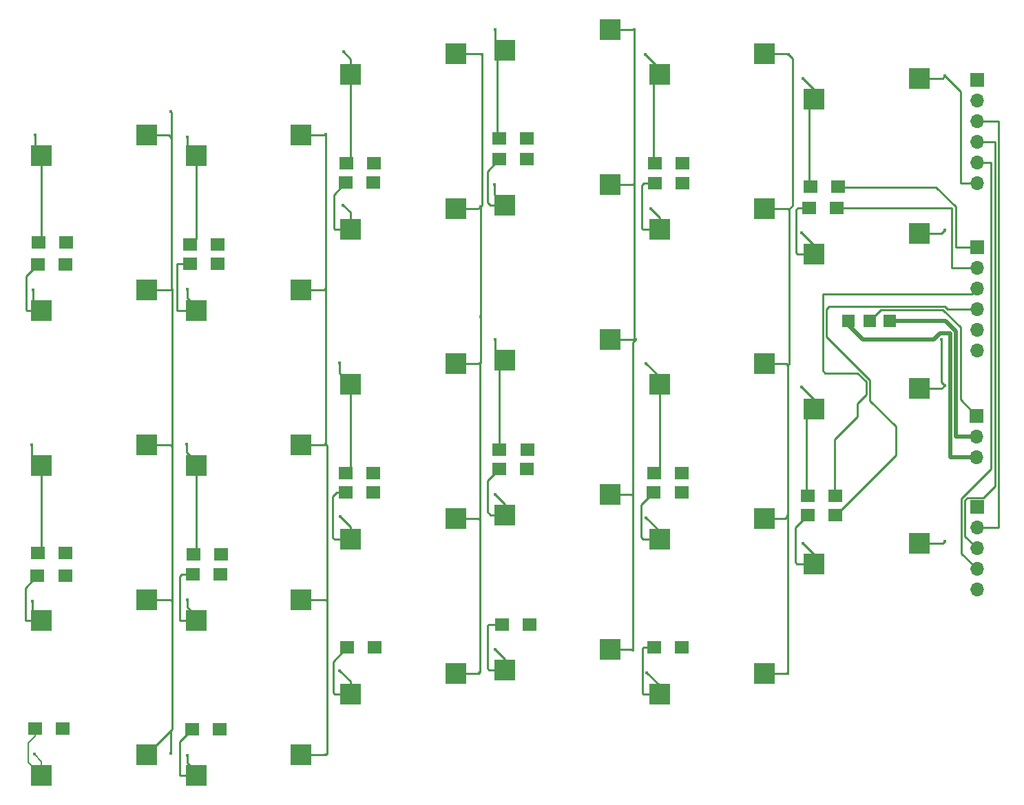
<source format=gbr>
%TF.GenerationSoftware,KiCad,Pcbnew,7.0.2*%
%TF.CreationDate,2023-04-26T23:00:13+02:00*%
%TF.ProjectId,phoenix-no-controller,70686f65-6e69-4782-9d6e-6f2d636f6e74,v1.0.0*%
%TF.SameCoordinates,Original*%
%TF.FileFunction,Copper,L2,Bot*%
%TF.FilePolarity,Positive*%
%FSLAX46Y46*%
G04 Gerber Fmt 4.6, Leading zero omitted, Abs format (unit mm)*
G04 Created by KiCad (PCBNEW 7.0.2) date 2023-04-26 23:00:13*
%MOMM*%
%LPD*%
G01*
G04 APERTURE LIST*
%TA.AperFunction,SMDPad,CuDef*%
%ADD10R,2.550000X2.500000*%
%TD*%
%TA.AperFunction,ComponentPad*%
%ADD11R,1.700000X1.700000*%
%TD*%
%TA.AperFunction,ComponentPad*%
%ADD12O,1.700000X1.700000*%
%TD*%
%TA.AperFunction,ComponentPad*%
%ADD13R,1.800000X1.500000*%
%TD*%
%TA.AperFunction,ComponentPad*%
%ADD14R,1.524000X1.524000*%
%TD*%
%TA.AperFunction,ViaPad*%
%ADD15C,0.400000*%
%TD*%
%TA.AperFunction,Conductor*%
%ADD16C,0.250000*%
%TD*%
%TA.AperFunction,Conductor*%
%ADD17C,0.500000*%
%TD*%
%TA.AperFunction,Conductor*%
%ADD18C,0.200000*%
%TD*%
G04 APERTURE END LIST*
D10*
%TO.P,S28,1*%
%TO.N,R27*%
X228422500Y-111884810D03*
%TO.P,S28,2*%
%TO.N,P6*%
X241349500Y-109344810D03*
%TD*%
%TO.P,S21,1*%
%TO.N,R24*%
X209422500Y-146984810D03*
%TO.P,S21,2*%
%TO.N,P5*%
X222349500Y-144444810D03*
%TD*%
%TO.P,S24,1*%
%TO.N,R21*%
X209422500Y-89834810D03*
%TO.P,S24,2*%
%TO.N,P5*%
X222349500Y-87294810D03*
%TD*%
%TO.P,S11,1*%
%TO.N,R14*%
X171422500Y-146984810D03*
%TO.P,S11,2*%
%TO.N,P3*%
X184349500Y-144444810D03*
%TD*%
D11*
%TO.P,,1*%
%TO.N,row0*%
X248477500Y-111077500D03*
D12*
%TO.P,,2*%
%TO.N,row1*%
X248477500Y-113617500D03*
%TO.P,,3*%
%TO.N,row2*%
X248477500Y-116157500D03*
%TO.P,,4*%
%TO.N,row3*%
X248477500Y-118697500D03*
%TO.P,,5*%
%TO.N,row4*%
X248477500Y-121237500D03*
%TO.P,,6*%
%TO.N,row5*%
X248477500Y-123777500D03*
%TD*%
D13*
%TO.P,,1*%
%TO.N,R5*%
X132670000Y-170270000D03*
%TD*%
D10*
%TO.P,S15,1*%
%TO.N,R20*%
X190422500Y-163034810D03*
%TO.P,S15,2*%
%TO.N,P4*%
X203349500Y-160494810D03*
%TD*%
%TO.P,S12,1*%
%TO.N,R13*%
X171422500Y-127934810D03*
%TO.P,S12,2*%
%TO.N,P3*%
X184349500Y-125394810D03*
%TD*%
%TO.P,S4,1*%
%TO.N,R1*%
X133422500Y-99834810D03*
%TO.P,S4,2*%
%TO.N,P1*%
X146349500Y-97294810D03*
%TD*%
%TO.P,S6,1*%
%TO.N,R9*%
X152422500Y-156984810D03*
%TO.P,S6,2*%
%TO.N,P2*%
X165349500Y-154444810D03*
%TD*%
D11*
%TO.P,,1*%
%TO.N,LED*%
X248427500Y-131772500D03*
D12*
%TO.P,,2*%
%TO.N,GND*%
X248427500Y-134312500D03*
%TO.P,,3*%
%TO.N,VCC*%
X248427500Y-136852500D03*
%TD*%
D10*
%TO.P,S10,1*%
%TO.N,R15*%
X171422500Y-166034810D03*
%TO.P,S10,2*%
%TO.N,P3*%
X184349500Y-163494810D03*
%TD*%
%TO.P,S20,1*%
%TO.N,R25*%
X209422500Y-166034810D03*
%TO.P,S20,2*%
%TO.N,P5*%
X222349500Y-163494810D03*
%TD*%
%TO.P,S27,1*%
%TO.N,R28*%
X228422500Y-130934810D03*
%TO.P,S27,2*%
%TO.N,P6*%
X241349500Y-128394810D03*
%TD*%
%TO.P,S17,1*%
%TO.N,R18*%
X190422500Y-124934810D03*
%TO.P,S17,2*%
%TO.N,P4*%
X203349500Y-122394810D03*
%TD*%
%TO.P,S29,1*%
%TO.N,R26*%
X228422500Y-92834810D03*
%TO.P,S29,2*%
%TO.N,P6*%
X241349500Y-90294810D03*
%TD*%
D14*
%TO.P,,3*%
%TO.N,GND*%
X237760000Y-120130000D03*
%TD*%
D10*
%TO.P,S3,1*%
%TO.N,R2*%
X133422500Y-118884810D03*
%TO.P,S3,2*%
%TO.N,P1*%
X146349500Y-116344810D03*
%TD*%
%TO.P,S1,1*%
%TO.N,R4*%
X133422500Y-156984810D03*
%TO.P,S1,2*%
%TO.N,P1*%
X146349500Y-154444810D03*
%TD*%
%TO.P,S13,1*%
%TO.N,R12*%
X171422500Y-108884810D03*
%TO.P,S13,2*%
%TO.N,P3*%
X184349500Y-106344810D03*
%TD*%
%TO.P,S22,1*%
%TO.N,R23*%
X209422500Y-127934810D03*
%TO.P,S22,2*%
%TO.N,P5*%
X222349500Y-125394810D03*
%TD*%
%TO.P,S7,1*%
%TO.N,R8*%
X152422500Y-137934810D03*
%TO.P,S7,2*%
%TO.N,P2*%
X165349500Y-135394810D03*
%TD*%
%TO.P,S23,1*%
%TO.N,R22*%
X209422500Y-108884810D03*
%TO.P,S23,2*%
%TO.N,P5*%
X222349500Y-106344810D03*
%TD*%
D14*
%TO.P,,2*%
%TO.N,LED*%
X235260000Y-120130000D03*
%TD*%
D10*
%TO.P,S16,1*%
%TO.N,R19*%
X190422500Y-143984810D03*
%TO.P,S16,2*%
%TO.N,P4*%
X203349500Y-141444810D03*
%TD*%
%TO.P,S19,1*%
%TO.N,R16*%
X190422500Y-86834810D03*
%TO.P,S19,2*%
%TO.N,P4*%
X203349500Y-84294810D03*
%TD*%
%TO.P,S14,1*%
%TO.N,R11*%
X171422500Y-89834810D03*
%TO.P,S14,2*%
%TO.N,P3*%
X184349500Y-87294810D03*
%TD*%
D14*
%TO.P,,1*%
%TO.N,VCC*%
X232660000Y-120130000D03*
%TD*%
D10*
%TO.P,S2,1*%
%TO.N,R3*%
X133422500Y-137934810D03*
%TO.P,S2,2*%
%TO.N,P1*%
X146349500Y-135394810D03*
%TD*%
%TO.P,S8,1*%
%TO.N,R7*%
X152422500Y-118884810D03*
%TO.P,S8,2*%
%TO.N,P2*%
X165349500Y-116344810D03*
%TD*%
D11*
%TO.P,,1*%
%TO.N,P1*%
X248447500Y-90497500D03*
D12*
%TO.P,,2*%
%TO.N,P2*%
X248447500Y-93037500D03*
%TO.P,,3*%
%TO.N,P3*%
X248447500Y-95577500D03*
%TO.P,,4*%
%TO.N,P4*%
X248447500Y-98117500D03*
%TO.P,,5*%
%TO.N,P5*%
X248447500Y-100657500D03*
%TO.P,,6*%
%TO.N,P6*%
X248447500Y-103197500D03*
%TD*%
D10*
%TO.P,S26,1*%
%TO.N,R29*%
X228422500Y-149984810D03*
%TO.P,S26,2*%
%TO.N,P6*%
X241349500Y-147444810D03*
%TD*%
%TO.P,S5,1*%
%TO.N,R10*%
X152422500Y-176034810D03*
%TO.P,S5,2*%
%TO.N,P2*%
X165349500Y-173494810D03*
%TD*%
D11*
%TO.P,,1*%
%TO.N,row5*%
X248447500Y-143022500D03*
D12*
%TO.P,,2*%
%TO.N,P3*%
X248447500Y-145562500D03*
%TO.P,,3*%
%TO.N,P4*%
X248447500Y-148102500D03*
%TO.P,,4*%
%TO.N,P5*%
X248447500Y-150642500D03*
%TO.P,,5*%
%TO.N,P6*%
X248447500Y-153182500D03*
%TD*%
D10*
%TO.P,S9,1*%
%TO.N,R6*%
X152422500Y-99834810D03*
%TO.P,S9,2*%
%TO.N,P2*%
X165349500Y-97294810D03*
%TD*%
%TO.P,S18,1*%
%TO.N,R17*%
X190422500Y-105884810D03*
%TO.P,S18,2*%
%TO.N,P4*%
X203349500Y-103344810D03*
%TD*%
%TO.P,S1,1*%
%TO.N,R5*%
X133423000Y-176040000D03*
%TO.P,S1,2*%
%TO.N,P1*%
X146350000Y-173500000D03*
%TD*%
D13*
%TO.P,D25,1*%
%TO.N,R26*%
X228000000Y-103630000D03*
%TO.P,D25,2*%
%TO.N,row0*%
X231400000Y-103630000D03*
%TD*%
%TO.P,D25,1*%
%TO.N,R19*%
X189740000Y-138310000D03*
%TO.P,D25,2*%
%TO.N,row3*%
X193140000Y-138310000D03*
%TD*%
%TO.P,D25,1*%
%TO.N,R22*%
X208820000Y-103200000D03*
%TO.P,D25,2*%
%TO.N,row1*%
X212220000Y-103200000D03*
%TD*%
%TO.P,D25,1*%
%TO.N,R9*%
X152050000Y-151260000D03*
%TO.P,D25,2*%
%TO.N,row3*%
X155450000Y-151260000D03*
%TD*%
%TO.P,D25,1*%
%TO.N,R14*%
X170820000Y-141230000D03*
%TO.P,D25,2*%
%TO.N,row3*%
X174220000Y-141230000D03*
%TD*%
%TO.P,D25,1*%
%TO.N,R17*%
X189730000Y-100240000D03*
%TO.P,D25,2*%
%TO.N,row1*%
X193130000Y-100240000D03*
%TD*%
%TO.P,D25,1*%
%TO.N,R6*%
X151710000Y-110730000D03*
%TO.P,D25,2*%
%TO.N,row0*%
X155110000Y-110730000D03*
%TD*%
%TO.P,D25,1*%
%TO.N,R29*%
X227650000Y-144030000D03*
%TO.P,D25,2*%
%TO.N,row3*%
X231050000Y-144030000D03*
%TD*%
%TO.P,D25,1*%
%TO.N,R10*%
X151970000Y-170310000D03*
%TO.P,D25,2*%
%TO.N,row4*%
X155370000Y-170310000D03*
%TD*%
%TO.P,D25,1*%
%TO.N,R25*%
X208790000Y-160280000D03*
%TO.P,D25,2*%
%TO.N,row4*%
X212190000Y-160280000D03*
%TD*%
%TO.P,D25,1*%
%TO.N,R11*%
X170880000Y-100710000D03*
%TO.P,D25,2*%
%TO.N,row0*%
X174280000Y-100710000D03*
%TD*%
%TO.P,D25,1*%
%TO.N,R15*%
X171000000Y-160300000D03*
%TO.P,D25,2*%
%TO.N,row4*%
X174400000Y-160300000D03*
%TD*%
%TO.P,D25,1*%
%TO.N,R2*%
X132960000Y-113220000D03*
%TO.P,D25,2*%
%TO.N,row1*%
X136360000Y-113220000D03*
%TD*%
%TO.P,D25,1*%
%TO.N,R28*%
X227660000Y-141660000D03*
%TO.P,D25,2*%
%TO.N,row2*%
X231060000Y-141660000D03*
%TD*%
%TO.P,D25,1*%
%TO.N,R5*%
X132670000Y-170270000D03*
%TO.P,D25,2*%
%TO.N,row4*%
X136070000Y-170270000D03*
%TD*%
%TO.P,D25,1*%
%TO.N,R27*%
X227820000Y-106220000D03*
%TO.P,D25,2*%
%TO.N,row1*%
X231220000Y-106220000D03*
%TD*%
%TO.P,D25,1*%
%TO.N,R13*%
X170830000Y-138860000D03*
%TO.P,D25,2*%
%TO.N,row2*%
X174230000Y-138860000D03*
%TD*%
%TO.P,D25,1*%
%TO.N,R12*%
X170860000Y-103150000D03*
%TO.P,D25,2*%
%TO.N,row1*%
X174260000Y-103150000D03*
%TD*%
%TO.P,D25,1*%
%TO.N,R3*%
X132980000Y-148670000D03*
%TO.P,D25,2*%
%TO.N,row2*%
X136380000Y-148670000D03*
%TD*%
%TO.P,D25,1*%
%TO.N,R1*%
X133060000Y-110510000D03*
%TO.P,D25,2*%
%TO.N,row0*%
X136460000Y-110510000D03*
%TD*%
%TO.P,D25,1*%
%TO.N,R21*%
X208870000Y-100710000D03*
%TO.P,D25,2*%
%TO.N,row0*%
X212270000Y-100710000D03*
%TD*%
%TO.P,D25,1*%
%TO.N,R23*%
X208730000Y-138870000D03*
%TO.P,D25,2*%
%TO.N,row2*%
X212130000Y-138870000D03*
%TD*%
%TO.P,D25,1*%
%TO.N,R18*%
X189750000Y-135940000D03*
%TO.P,D25,2*%
%TO.N,row2*%
X193150000Y-135940000D03*
%TD*%
%TO.P,D25,1*%
%TO.N,R8*%
X152110000Y-148860000D03*
%TO.P,D25,2*%
%TO.N,row2*%
X155510000Y-148860000D03*
%TD*%
%TO.P,D25,1*%
%TO.N,R4*%
X132940000Y-151470000D03*
%TO.P,D25,2*%
%TO.N,row3*%
X136340000Y-151470000D03*
%TD*%
%TO.P,D25,1*%
%TO.N,R7*%
X151670000Y-113130000D03*
%TO.P,D25,2*%
%TO.N,row1*%
X155070000Y-113130000D03*
%TD*%
%TO.P,D25,1*%
%TO.N,R20*%
X190030000Y-157500000D03*
%TO.P,D25,2*%
%TO.N,row4*%
X193430000Y-157500000D03*
%TD*%
%TO.P,D25,1*%
%TO.N,R16*%
X189680000Y-97660000D03*
%TO.P,D25,2*%
%TO.N,row0*%
X193080000Y-97660000D03*
%TD*%
%TO.P,D25,1*%
%TO.N,R24*%
X208720000Y-141240000D03*
%TO.P,D25,2*%
%TO.N,row3*%
X212120000Y-141240000D03*
%TD*%
D15*
%TO.N,P1*%
X149370000Y-94400000D03*
X149447500Y-97634810D03*
X149477500Y-116294810D03*
X149340000Y-173270000D03*
X149477500Y-135504810D03*
X149477500Y-154534810D03*
%TO.N,P2*%
X168370000Y-135270000D03*
X168410000Y-97150000D03*
X168540000Y-154480000D03*
X168420000Y-173470000D03*
X168360000Y-116230000D03*
%TO.N,P3*%
X187410000Y-106060000D03*
X187380000Y-125370000D03*
X187380000Y-144480000D03*
X187300000Y-163420000D03*
X187420000Y-119630000D03*
X187580000Y-87330000D03*
%TO.N,P4*%
X206350000Y-84330000D03*
X206130000Y-160590000D03*
X206160000Y-141510000D03*
X206340000Y-103320000D03*
X206460000Y-122440000D03*
%TO.N,P5*%
X225330000Y-106380000D03*
X225220000Y-163500000D03*
X225310000Y-87360000D03*
X225210000Y-125560000D03*
X225230000Y-144100000D03*
%TO.N,P6*%
X244080000Y-122390000D03*
X244490000Y-108950000D03*
X244460000Y-128050000D03*
X244510000Y-147180000D03*
X244530000Y-90020000D03*
%TO.N,R1*%
X132672500Y-97259810D03*
%TO.N,R2*%
X132357500Y-116344810D03*
%TO.N,R3*%
X132247500Y-135374810D03*
%TO.N,R4*%
X132337500Y-154544810D03*
%TO.N,R5*%
X132570000Y-173420000D03*
%TO.N,R6*%
X151367500Y-97554810D03*
%TO.N,R7*%
X151337500Y-116264810D03*
%TO.N,R8*%
X151297500Y-135284810D03*
%TO.N,R9*%
X151367500Y-154444810D03*
%TO.N,R10*%
X151327500Y-173544810D03*
%TO.N,R11*%
X170560000Y-87050000D03*
%TO.N,R12*%
X170520000Y-105870000D03*
%TO.N,R13*%
X170090000Y-125300000D03*
%TO.N,R14*%
X170170000Y-144210000D03*
%TO.N,R15*%
X170100000Y-163110000D03*
%TO.N,R16*%
X189180000Y-84290000D03*
%TO.N,R17*%
X189130000Y-103340000D03*
%TO.N,R18*%
X189235190Y-122394810D03*
%TO.N,R19*%
X189244810Y-141444810D03*
%TO.N,R20*%
X189235190Y-160494810D03*
%TO.N,R21*%
X207650000Y-87380000D03*
%TO.N,R22*%
X208345190Y-106344810D03*
%TO.N,R23*%
X207740000Y-125340000D03*
%TO.N,R24*%
X207740000Y-144300000D03*
%TO.N,R25*%
X207860000Y-163390000D03*
%TO.N,R26*%
X227034810Y-90294810D03*
%TO.N,R27*%
X226880000Y-109310000D03*
%TO.N,R28*%
X226870000Y-128250000D03*
%TO.N,R29*%
X227020000Y-147460000D03*
%TD*%
D16*
%TO.N,P1*%
X149477500Y-116294810D02*
X149477500Y-135504810D01*
X149477500Y-135504810D02*
X149477500Y-154534810D01*
X149427500Y-116344810D02*
X149477500Y-116294810D01*
X146349500Y-116344810D02*
X149427500Y-116344810D01*
X149447500Y-97634810D02*
X149107500Y-97294810D01*
X149340000Y-170510000D02*
X149340000Y-173270000D01*
X149477500Y-170372500D02*
X146350000Y-173500000D01*
X149107500Y-97294810D02*
X146349500Y-97294810D01*
X149477500Y-135504810D02*
X149367500Y-135394810D01*
X149367500Y-135394810D02*
X146349500Y-135394810D01*
X149477500Y-154534810D02*
X149477500Y-170372500D01*
X149387500Y-154444810D02*
X146349500Y-154444810D01*
X149447500Y-97634810D02*
X149447500Y-94477500D01*
X149447500Y-97634810D02*
X149447500Y-116264810D01*
X149447500Y-116264810D02*
X149477500Y-116294810D01*
X149447500Y-94477500D02*
X149370000Y-94400000D01*
X149477500Y-170372500D02*
X149340000Y-170510000D01*
X149477500Y-154534810D02*
X149387500Y-154444810D01*
D17*
%TO.N,GND*%
X237760000Y-120130000D02*
X244579949Y-120130000D01*
X245840000Y-134312500D02*
X248427500Y-134312500D01*
X244579949Y-120130000D02*
X245840000Y-121390051D01*
X245840000Y-121390051D02*
X245840000Y-134312500D01*
D16*
%TO.N,P2*%
X168540000Y-173350000D02*
X168420000Y-173470000D01*
X168395190Y-173494810D02*
X165349500Y-173494810D01*
X168370000Y-135270000D02*
X168245190Y-135394810D01*
X168245190Y-135394810D02*
X165349500Y-135394810D01*
X168410000Y-116180000D02*
X168360000Y-116230000D01*
X168360000Y-135260000D02*
X168370000Y-135270000D01*
X168245190Y-116344810D02*
X165349500Y-116344810D01*
X168265190Y-97294810D02*
X165349500Y-97294810D01*
X168540000Y-154480000D02*
X168540000Y-173350000D01*
X168540000Y-154480000D02*
X168504810Y-154444810D01*
X168540000Y-135440000D02*
X168540000Y-154480000D01*
X168420000Y-173470000D02*
X168395190Y-173494810D01*
X168370000Y-135270000D02*
X168540000Y-135440000D01*
X168504810Y-154444810D02*
X165349500Y-154444810D01*
X168410000Y-114460000D02*
X168410000Y-116180000D01*
X168410000Y-97150000D02*
X168410000Y-114460000D01*
X168360000Y-116230000D02*
X168360000Y-135260000D01*
X168410000Y-97150000D02*
X168265190Y-97294810D01*
X168360000Y-116230000D02*
X168245190Y-116344810D01*
%TO.N,P3*%
X187420000Y-119630000D02*
X187410000Y-119620000D01*
X251090000Y-95577500D02*
X248447500Y-95577500D01*
X187580000Y-105890000D02*
X187410000Y-106060000D01*
X184349500Y-163494810D02*
X187225190Y-163494810D01*
X187225190Y-163494810D02*
X187300000Y-163420000D01*
X187544810Y-87294810D02*
X187580000Y-87330000D01*
X251090000Y-145562500D02*
X251090000Y-95577500D01*
X184349500Y-87294810D02*
X187544810Y-87294810D01*
X187580000Y-87330000D02*
X187580000Y-105890000D01*
X184349500Y-125394810D02*
X187355190Y-125394810D01*
X187380000Y-163340000D02*
X187300000Y-163420000D01*
X248447500Y-145562500D02*
X251090000Y-145562500D01*
X187410000Y-119620000D02*
X187410000Y-106060000D01*
X187355190Y-125394810D02*
X187380000Y-125370000D01*
X187380000Y-125370000D02*
X187380000Y-144480000D01*
X187125190Y-106344810D02*
X187410000Y-106060000D01*
X187344810Y-144444810D02*
X187380000Y-144480000D01*
X187380000Y-144480000D02*
X187380000Y-163340000D01*
X187420000Y-125330000D02*
X187380000Y-125370000D01*
X184349500Y-106344810D02*
X187125190Y-106344810D01*
X187420000Y-119630000D02*
X187420000Y-125330000D01*
X184349500Y-144444810D02*
X187344810Y-144444810D01*
%TO.N,P4*%
X206034810Y-160494810D02*
X206130000Y-160590000D01*
X246970000Y-142150000D02*
X246970000Y-146625000D01*
X206340000Y-122320000D02*
X206340000Y-103320000D01*
X206094810Y-141444810D02*
X206160000Y-141510000D01*
X248447500Y-98117500D02*
X250640000Y-98117500D01*
X203349500Y-103344810D02*
X206315190Y-103344810D01*
X206130000Y-160590000D02*
X206130000Y-141540000D01*
X249252501Y-141847500D02*
X247272500Y-141847500D01*
X203349500Y-141444810D02*
X206094810Y-141444810D01*
X206160000Y-141510000D02*
X206160000Y-122740000D01*
X203349500Y-84294810D02*
X206314810Y-84294810D01*
X203349500Y-122394810D02*
X206414810Y-122394810D01*
X203349500Y-160494810D02*
X206034810Y-160494810D01*
X206315190Y-103344810D02*
X206340000Y-103320000D01*
X206350000Y-103310000D02*
X206340000Y-103320000D01*
X250640000Y-98117500D02*
X250640000Y-140460001D01*
X206414810Y-122394810D02*
X206460000Y-122440000D01*
X247272500Y-141847500D02*
X246970000Y-142150000D01*
X206314810Y-84294810D02*
X206350000Y-84330000D01*
X206350000Y-84330000D02*
X206350000Y-103310000D01*
X246970000Y-146625000D02*
X248447500Y-148102500D01*
X206130000Y-141540000D02*
X206160000Y-141510000D01*
X206460000Y-122440000D02*
X206340000Y-122320000D01*
X250640000Y-140460001D02*
X249252501Y-141847500D01*
X206160000Y-122740000D02*
X206460000Y-122440000D01*
%TO.N,P5*%
X222349500Y-144444810D02*
X224885190Y-144444810D01*
X225310000Y-87360000D02*
X225790000Y-87840000D01*
X222349500Y-106344810D02*
X225294810Y-106344810D01*
X246520000Y-148715000D02*
X248447500Y-150642500D01*
X225230000Y-163490000D02*
X225220000Y-163500000D01*
X222349500Y-125394810D02*
X225044810Y-125394810D01*
X225330000Y-106380000D02*
X225330000Y-125440000D01*
X225244810Y-87294810D02*
X225310000Y-87360000D01*
X225210000Y-125560000D02*
X225210000Y-144080000D01*
X225230000Y-144100000D02*
X225230000Y-163490000D01*
X250170000Y-100657500D02*
X250170000Y-138313604D01*
X250170000Y-138313604D02*
X246520000Y-141963604D01*
X246520000Y-141963604D02*
X246520000Y-148715000D01*
X222349500Y-87294810D02*
X225244810Y-87294810D01*
X225294810Y-106344810D02*
X225330000Y-106380000D01*
X225044810Y-125394810D02*
X225210000Y-125560000D01*
X225790000Y-87840000D02*
X225790000Y-105920000D01*
X225330000Y-125440000D02*
X225210000Y-125560000D01*
X225214810Y-163494810D02*
X225220000Y-163500000D01*
X224885190Y-144444810D02*
X225230000Y-144100000D01*
X225790000Y-105920000D02*
X225330000Y-106380000D01*
X225210000Y-144080000D02*
X225230000Y-144100000D01*
X248447500Y-100657500D02*
X250170000Y-100657500D01*
X222349500Y-163494810D02*
X225214810Y-163494810D01*
%TO.N,P6*%
X246410000Y-103197500D02*
X248447500Y-103197500D01*
X244490000Y-128020000D02*
X244460000Y-128050000D01*
X244490000Y-108950000D02*
X244095190Y-109344810D01*
X244080000Y-122390000D02*
X244080000Y-127670000D01*
X244510000Y-147180000D02*
X244245190Y-147444810D01*
X246410000Y-91900000D02*
X246410000Y-103197500D01*
X244095190Y-109344810D02*
X241349500Y-109344810D01*
X244460000Y-128050000D02*
X244115190Y-128394810D01*
X244460000Y-147130000D02*
X244510000Y-147180000D01*
X244080000Y-127670000D02*
X244460000Y-128050000D01*
X244115190Y-128394810D02*
X241349500Y-128394810D01*
X244245190Y-147444810D02*
X241349500Y-147444810D01*
X244530000Y-90020000D02*
X246410000Y-91900000D01*
X244255190Y-90294810D02*
X241349500Y-90294810D01*
X244530000Y-90020000D02*
X244255190Y-90294810D01*
X244530000Y-108910000D02*
X244490000Y-108950000D01*
D17*
%TO.N,VCC*%
X245140000Y-121680000D02*
X245140000Y-136852500D01*
X232660000Y-120130000D02*
X232660000Y-120670000D01*
X245140000Y-136852500D02*
X248427500Y-136852500D01*
X243140761Y-122410000D02*
X243870761Y-121680000D01*
X243870761Y-121680000D02*
X245140000Y-121680000D01*
X232660000Y-120670000D02*
X234400000Y-122410000D01*
X234400000Y-122410000D02*
X243140761Y-122410000D01*
D16*
%TO.N,R1*%
X132667500Y-99079810D02*
X133422500Y-99834810D01*
X133422500Y-100389810D02*
X133277500Y-100534810D01*
X133422500Y-99834810D02*
X133422500Y-100389810D01*
X132672500Y-97259810D02*
X132667500Y-97264810D01*
X133422500Y-110147500D02*
X133060000Y-110510000D01*
X133422500Y-99834810D02*
X133422500Y-110147500D01*
X132667500Y-97264810D02*
X132667500Y-99079810D01*
%TO.N,R2*%
X131557500Y-114622500D02*
X132960000Y-113220000D01*
X133422500Y-118884810D02*
X132357500Y-117819810D01*
X131557500Y-118804810D02*
X131557500Y-114622500D01*
X131637500Y-118884810D02*
X131557500Y-118804810D01*
X132357500Y-117819810D02*
X132357500Y-116344810D01*
X133422500Y-118884810D02*
X131637500Y-118884810D01*
%TO.N,R3*%
X132247500Y-136759810D02*
X132247500Y-135374810D01*
X133422500Y-148227500D02*
X132980000Y-148670000D01*
X133422500Y-137934810D02*
X133422500Y-148227500D01*
X133422500Y-137934810D02*
X132247500Y-136759810D01*
%TO.N,R4*%
X132337500Y-155899810D02*
X132337500Y-154544810D01*
X133422500Y-156984810D02*
X131457500Y-156984810D01*
X131457500Y-156984810D02*
X131457500Y-152952500D01*
X133422500Y-156984810D02*
X132337500Y-155899810D01*
X131457500Y-152952500D02*
X132940000Y-151470000D01*
D18*
%TO.N,R5*%
X131790000Y-174407000D02*
X133423000Y-176040000D01*
X133423000Y-174273000D02*
X132570000Y-173420000D01*
X132670000Y-171170000D02*
X131790000Y-172050000D01*
X133423000Y-176040000D02*
X133423000Y-174273000D01*
X132670000Y-170270000D02*
X132670000Y-171170000D01*
X131790000Y-172050000D02*
X131790000Y-174407000D01*
D16*
%TO.N,R6*%
X151367500Y-98779810D02*
X151367500Y-97554810D01*
X152422500Y-99834810D02*
X152422500Y-110017500D01*
X152422500Y-110017500D02*
X151710000Y-110730000D01*
X152422500Y-99834810D02*
X151367500Y-98779810D01*
%TO.N,R7*%
X150127500Y-113134810D02*
X150132310Y-113130000D01*
X152422500Y-118884810D02*
X152422500Y-118379810D01*
X152422500Y-118379810D02*
X151337500Y-117294810D01*
X150127500Y-118874810D02*
X150127500Y-113134810D01*
X150137500Y-118884810D02*
X150127500Y-118874810D01*
X152422500Y-118884810D02*
X150137500Y-118884810D01*
X151337500Y-117294810D02*
X151337500Y-116264810D01*
X150132310Y-113130000D02*
X151670000Y-113130000D01*
%TO.N,R8*%
X152422500Y-148547500D02*
X152110000Y-148860000D01*
X152422500Y-137459810D02*
X151297500Y-136334810D01*
X152422500Y-137934810D02*
X152422500Y-148547500D01*
X151297500Y-136334810D02*
X151297500Y-135284810D01*
X152422500Y-137934810D02*
X152422500Y-137459810D01*
%TO.N,R9*%
X152422500Y-156984810D02*
X152422500Y-156379810D01*
X150474810Y-156984810D02*
X150400000Y-156910000D01*
X152422500Y-156379810D02*
X151367500Y-155324810D01*
X150660000Y-151260000D02*
X152050000Y-151260000D01*
X150400000Y-151520000D02*
X150660000Y-151260000D01*
X152422500Y-156984810D02*
X150474810Y-156984810D01*
X151367500Y-155324810D02*
X151367500Y-154444810D01*
X150400000Y-156910000D02*
X150400000Y-151520000D01*
%TO.N,R10*%
X150400000Y-175960000D02*
X150400000Y-171880000D01*
X151327500Y-174514810D02*
X151327500Y-173544810D01*
X152422500Y-175609810D02*
X151327500Y-174514810D01*
X152422500Y-176034810D02*
X152422500Y-175609810D01*
X150474810Y-176034810D02*
X150400000Y-175960000D01*
X152422500Y-176034810D02*
X150474810Y-176034810D01*
X150400000Y-171880000D02*
X151970000Y-170310000D01*
%TO.N,R11*%
X171422500Y-89834810D02*
X171422500Y-100167500D01*
X171422500Y-87912500D02*
X170560000Y-87050000D01*
X171422500Y-100167500D02*
X170880000Y-100710000D01*
X171422500Y-89834810D02*
X171422500Y-87912500D01*
%TO.N,R12*%
X171422500Y-106772500D02*
X170520000Y-105870000D01*
X171422500Y-108884810D02*
X171422500Y-106772500D01*
X169370000Y-104640000D02*
X170860000Y-103150000D01*
X171422500Y-108884810D02*
X169484810Y-108884810D01*
X169370000Y-108770000D02*
X169370000Y-104640000D01*
X169484810Y-108884810D02*
X169370000Y-108770000D01*
%TO.N,R13*%
X171422500Y-127934810D02*
X171422500Y-138267500D01*
X171422500Y-127934810D02*
X170090000Y-126602310D01*
X171422500Y-138267500D02*
X170830000Y-138860000D01*
X170090000Y-126602310D02*
X170090000Y-125300000D01*
%TO.N,R14*%
X169260000Y-141690000D02*
X169720000Y-141230000D01*
X171422500Y-145462500D02*
X170170000Y-144210000D01*
X171422500Y-146984810D02*
X171422500Y-145462500D01*
X169260000Y-146800000D02*
X169260000Y-141690000D01*
X171422500Y-146984810D02*
X169444810Y-146984810D01*
X169444810Y-146984810D02*
X169260000Y-146800000D01*
X169720000Y-141230000D02*
X170820000Y-141230000D01*
%TO.N,R15*%
X169444810Y-166034810D02*
X169280000Y-165870000D01*
X171422500Y-166034810D02*
X169444810Y-166034810D01*
X171422500Y-164432500D02*
X170100000Y-163110000D01*
X169280000Y-162020000D02*
X171000000Y-160300000D01*
X169280000Y-165870000D02*
X169280000Y-162020000D01*
X171422500Y-166034810D02*
X171422500Y-164432500D01*
%TO.N,R16*%
X190422500Y-86834810D02*
X189180000Y-85592310D01*
X189470000Y-87787310D02*
X190422500Y-86834810D01*
X189680000Y-97660000D02*
X189470000Y-97450000D01*
X189180000Y-85592310D02*
X189180000Y-84290000D01*
X189470000Y-97450000D02*
X189470000Y-87787310D01*
%TO.N,R17*%
X188250000Y-101720000D02*
X189730000Y-100240000D01*
X188250000Y-105530000D02*
X188250000Y-101720000D01*
X189130000Y-104592310D02*
X189130000Y-103340000D01*
X190422500Y-105884810D02*
X188604810Y-105884810D01*
X190422500Y-105884810D02*
X189130000Y-104592310D01*
X188604810Y-105884810D02*
X188250000Y-105530000D01*
%TO.N,R18*%
X189235190Y-123747500D02*
X189235190Y-122394810D01*
X190422500Y-124934810D02*
X189235190Y-123747500D01*
X189750000Y-135940000D02*
X189680000Y-135870000D01*
X189680000Y-125677310D02*
X190422500Y-124934810D01*
X189680000Y-135870000D02*
X189680000Y-125677310D01*
%TO.N,R19*%
X189244810Y-141444810D02*
X190422500Y-142622500D01*
X190422500Y-142622500D02*
X190422500Y-143984810D01*
X188260000Y-139790000D02*
X189740000Y-138310000D01*
X188260000Y-143620000D02*
X188260000Y-139790000D01*
X190422500Y-143984810D02*
X188624810Y-143984810D01*
X188624810Y-143984810D02*
X188260000Y-143620000D01*
%TO.N,R20*%
X190422500Y-161682120D02*
X190422500Y-163034810D01*
X188240000Y-162810000D02*
X188240000Y-157630000D01*
X190422500Y-163034810D02*
X188464810Y-163034810D01*
X188464810Y-163034810D02*
X188240000Y-162810000D01*
X189235190Y-160494810D02*
X190422500Y-161682120D01*
X188370000Y-157500000D02*
X190030000Y-157500000D01*
X188240000Y-157630000D02*
X188370000Y-157500000D01*
%TO.N,R21*%
X208720000Y-100560000D02*
X208720000Y-90537310D01*
X209422500Y-89152500D02*
X207650000Y-87380000D01*
X208720000Y-90537310D02*
X209422500Y-89834810D01*
X208870000Y-100710000D02*
X208720000Y-100560000D01*
X209422500Y-89834810D02*
X209422500Y-89152500D01*
%TO.N,R22*%
X209422500Y-108884810D02*
X207384810Y-108884810D01*
X208345190Y-106344810D02*
X209422500Y-107422120D01*
X207270000Y-108770000D02*
X207270000Y-103420000D01*
X209422500Y-107422120D02*
X209422500Y-108884810D01*
X207384810Y-108884810D02*
X207270000Y-108770000D01*
X207270000Y-103420000D02*
X207490000Y-103200000D01*
X207490000Y-103200000D02*
X208820000Y-103200000D01*
%TO.N,R23*%
X209422500Y-127022500D02*
X207740000Y-125340000D01*
X209422500Y-127934810D02*
X209422500Y-138177500D01*
X209422500Y-127934810D02*
X209422500Y-127022500D01*
X209422500Y-138177500D02*
X208730000Y-138870000D01*
%TO.N,R24*%
X207200000Y-142760000D02*
X208720000Y-141240000D01*
X209422500Y-146984810D02*
X209422500Y-145982500D01*
X207200000Y-146740000D02*
X207200000Y-142760000D01*
X207444810Y-146984810D02*
X207200000Y-146740000D01*
X209422500Y-145982500D02*
X207740000Y-144300000D01*
X209422500Y-146984810D02*
X207444810Y-146984810D01*
%TO.N,R25*%
X207430000Y-160280000D02*
X208790000Y-160280000D01*
X207384810Y-166034810D02*
X207310000Y-165960000D01*
X209422500Y-166034810D02*
X207384810Y-166034810D01*
X209422500Y-164952500D02*
X207860000Y-163390000D01*
X207310000Y-160400000D02*
X207430000Y-160280000D01*
X209422500Y-166034810D02*
X209422500Y-164952500D01*
X207310000Y-165960000D02*
X207310000Y-160400000D01*
%TO.N,R26*%
X227840000Y-93417310D02*
X228422500Y-92834810D01*
X227840000Y-103470000D02*
X227840000Y-93417310D01*
X228000000Y-103630000D02*
X227840000Y-103470000D01*
X228422500Y-91682500D02*
X228422500Y-92834810D01*
X227034810Y-90294810D02*
X228422500Y-91682500D01*
%TO.N,R27*%
X226394810Y-111884810D02*
X226240000Y-111730000D01*
X226240000Y-111730000D02*
X226240000Y-106450000D01*
X228422500Y-110852500D02*
X226880000Y-109310000D01*
X226470000Y-106220000D02*
X227820000Y-106220000D01*
X228422500Y-111884810D02*
X226394810Y-111884810D01*
X228422500Y-111884810D02*
X228422500Y-110852500D01*
X226240000Y-106450000D02*
X226470000Y-106220000D01*
%TO.N,R28*%
X227510000Y-131847310D02*
X228422500Y-130934810D01*
X227510000Y-141510000D02*
X227510000Y-131847310D01*
X228422500Y-129802500D02*
X226870000Y-128250000D01*
X228422500Y-130934810D02*
X228422500Y-129802500D01*
X227660000Y-141660000D02*
X227510000Y-141510000D01*
%TO.N,R29*%
X226334810Y-149984810D02*
X226150000Y-149800000D01*
X226150000Y-149800000D02*
X226150000Y-145530000D01*
X228422500Y-149984810D02*
X228422500Y-148862500D01*
X226150000Y-145530000D02*
X227650000Y-144030000D01*
X228422500Y-149984810D02*
X226334810Y-149984810D01*
X228422500Y-148862500D02*
X227020000Y-147460000D01*
%TO.N,LED*%
X246415000Y-129760000D02*
X248427500Y-131772500D01*
X235260000Y-120130000D02*
X236600000Y-118790000D01*
X246415000Y-120930000D02*
X246415000Y-129760000D01*
X244275000Y-118790000D02*
X246415000Y-120930000D01*
X236600000Y-118790000D02*
X244275000Y-118790000D01*
%TO.N,row0*%
X231400000Y-103630000D02*
X231430000Y-103660000D01*
X245830000Y-111077500D02*
X248477500Y-111077500D01*
X243396396Y-103660000D02*
X245830000Y-106093604D01*
X231430000Y-103660000D02*
X243396396Y-103660000D01*
X245830000Y-106093604D02*
X245830000Y-111077500D01*
%TO.N,row1*%
X231230000Y-106140000D02*
X231370000Y-106280000D01*
X245380000Y-106280000D02*
X245380000Y-113617500D01*
X245380000Y-113617500D02*
X248477500Y-113617500D01*
X231370000Y-106280000D02*
X245380000Y-106280000D01*
%TO.N,row2*%
X230910000Y-134725996D02*
X233744151Y-131891845D01*
X229490000Y-126230000D02*
X229490000Y-116850000D01*
X231060000Y-141660000D02*
X230910000Y-141510000D01*
X234842501Y-129171461D02*
X234842501Y-127618159D01*
X229490000Y-116850000D02*
X247785000Y-116850000D01*
X230910000Y-141510000D02*
X230910000Y-134725996D01*
X233744151Y-126519809D02*
X229779809Y-126519809D01*
X233744151Y-131891845D02*
X233744151Y-130269811D01*
X229779809Y-126519809D02*
X229490000Y-126230000D01*
X234842501Y-127618159D02*
X233744151Y-126519809D01*
X233744151Y-130269811D02*
X234842501Y-129171461D01*
X247785000Y-116850000D02*
X248477500Y-116157500D01*
%TO.N,row3*%
X235292501Y-129909678D02*
X238490000Y-133107177D01*
X235292501Y-127431763D02*
X235292501Y-129909678D01*
X238490000Y-136600000D02*
X230910000Y-144180000D01*
X238490000Y-133107177D02*
X238490000Y-136600000D01*
X248475000Y-118700000D02*
X244821396Y-118700000D01*
X229940000Y-122079262D02*
X235292501Y-127431763D01*
X230300000Y-118340000D02*
X229940000Y-118700000D01*
X229940000Y-118700000D02*
X229940000Y-122079262D01*
X248477500Y-118697500D02*
X248475000Y-118700000D01*
X244821396Y-118700000D02*
X244461396Y-118340000D01*
X244461396Y-118340000D02*
X230300000Y-118340000D01*
%TD*%
M02*

</source>
